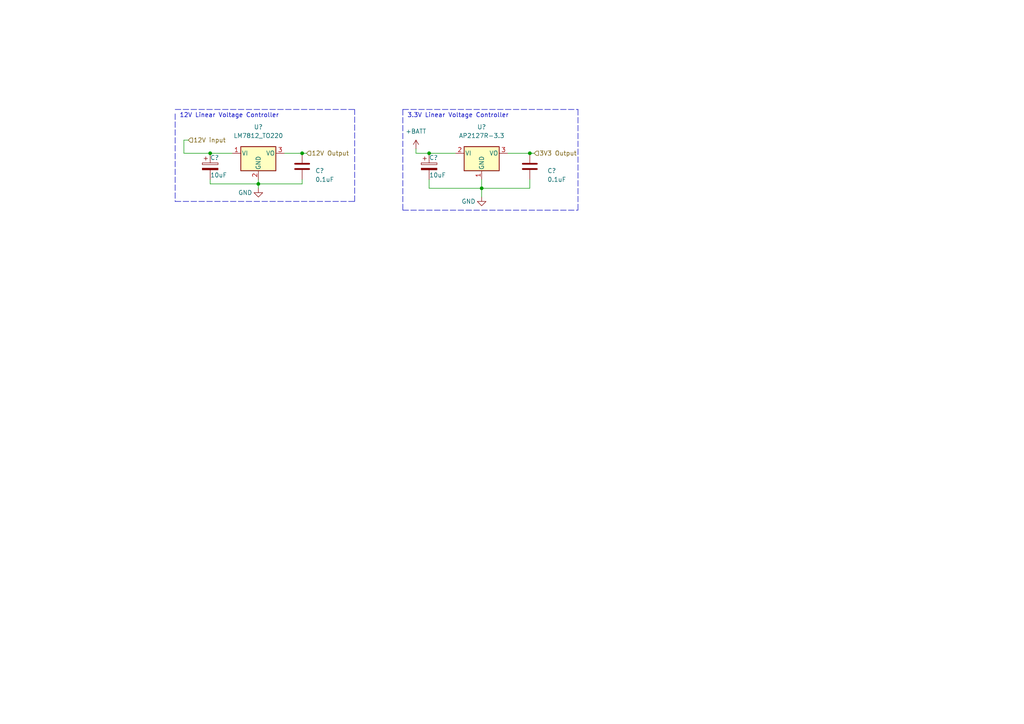
<source format=kicad_sch>
(kicad_sch (version 20211123) (generator eeschema)
  (paper "A4")
  (lib_symbols
    (symbol "Device:C" (pin_numbers hide) (pin_names (offset 0.254))
      (property "Reference" "C" (at 0.635 2.54 0))
      (property "Value" "C" (at 0.635 -2.54 0))
      (symbol "C_0_1"
        (polyline (pts (xy -2.032 -0.762) (xy 2.032 -0.762)) (stroke (width 0.508)))
        (polyline (pts (xy -2.032 0.762) (xy 2.032 0.762)) (stroke (width 0.508)))
      )
      (symbol "C_1_1"
        (pin passive line (at 0 3.81 270) (length 2.794) (name "~") (number "1"))
        (pin passive line (at 0 -3.81 90) (length 2.794) (name "~") (number "2"))
      )
    )
    (symbol "Device:C_Polarized" (pin_numbers hide) (pin_names (offset 0.254))
      (property "Reference" "C" (at 0.635 2.54 0))
      (property "Value" "C_Polarized" (at 0.635 -2.54 0))
      (symbol "C_Polarized_0_1"
        (rectangle (start -2.286 0.508) (end 2.286 1.016))
        (polyline (pts (xy -1.778 2.286) (xy -0.762 2.286)))
        (polyline (pts (xy -1.27 2.794) (xy -1.27 1.778)))
        (rectangle (start 2.286 -0.508) (end -2.286 -1.016) (fill (type outline)))
      )
      (symbol "C_Polarized_1_1"
        (pin passive line (at 0 3.81 270) (length 2.794) (name "~") (number "1"))
        (pin passive line (at 0 -3.81 90) (length 2.794) (name "~") (number "2"))
      )
    )
    (symbol "Regulator_Linear:AP2127R-3.3" (pin_names (offset 0.254))
      (property "Reference" "U" (at -3.81 3.175 0))
      (property "Value" "AP2127R-3.3" (at 0 3.175 0))
      (symbol "AP2127R-3.3_0_1"
        (rectangle (start -5.08 -5.08) (end 5.08 1.905) (stroke (width 0.254)) (fill (type background)))
      )
      (symbol "AP2127R-3.3_1_1"
        (pin power_in line (at 0 -7.62 90) (length 2.54) (name "GND") (number "1"))
        (pin power_in line (at -7.62 0 0) (length 2.54) (name "VI") (number "2"))
        (pin power_out line (at 7.62 0 180) (length 2.54) (name "VO") (number "3"))
      )
    )
    (symbol "Regulator_Linear:LM7812_TO220" (pin_names (offset 0.254))
      (property "Reference" "U" (at -3.81 3.175 0))
      (property "Value" "LM7812_TO220" (at 0 3.175 0))
      (symbol "LM7812_TO220_0_1"
        (rectangle (start -5.08 1.905) (end 5.08 -5.08) (stroke (width 0.254)) (fill (type background)))
      )
      (symbol "LM7812_TO220_1_1"
        (pin power_in line (at -7.62 0 0) (length 2.54) (name "VI") (number "1"))
        (pin power_in line (at 0 -7.62 90) (length 2.54) (name "GND") (number "2"))
        (pin power_out line (at 7.62 0 180) (length 2.54) (name "VO") (number "3"))
      )
    )
    (symbol "power:+BATT" (power) (pin_names (offset 0))
      (property "Value" "+BATT" (at 0 3.556 0))
      (symbol "+BATT_0_1"
        (polyline (pts (xy -0.762 1.27) (xy 0 2.54)))
        (polyline (pts (xy 0 0) (xy 0 2.54)))
        (polyline (pts (xy 0 2.54) (xy 0.762 1.27)))
      )
      (symbol "+BATT_1_1"
        (pin power_in line (at 0 0 90) (length 0) hide (name "+BATT") (number "1"))
      )
    )
    (symbol "power:GND" (power) (pin_names (offset 0))
      (property "Value" "GND" (at 0 -3.81 0))
      (symbol "GND_0_1"
        (polyline (pts (xy 0 0) (xy 0 -1.27) (xy 1.27 -1.27) (xy 0 -2.54) (xy -1.27 -1.27) (xy 0 -1.27)))
      )
      (symbol "GND_1_1"
        (pin power_in line (at 0 0 270) (length 0) hide (name "GND") (number "1"))
      )
    )
  )
  (junction (at 87.63 44.45))
  (junction (at 60.96 44.45))
  (junction (at 139.7 54.61))
  (junction (at 74.93 53.34))
  (junction (at 153.67 44.45))
  (junction (at 124.46 44.45))
  (polyline (pts (xy 50.8 58.42) (xy 102.87 58.42)))
  (wire (pts (xy 53.34 40.64) (xy 53.34 44.45)))
  (wire (pts (xy 124.46 44.45) (xy 132.08 44.45)))
  (wire (pts (xy 139.7 54.61) (xy 153.67 54.61)))
  (wire (pts (xy 153.67 54.61) (xy 153.67 52.07)))
  (wire (pts (xy 74.93 53.34) (xy 74.93 54.61)))
  (wire (pts (xy 120.65 44.45) (xy 124.46 44.45)))
  (wire (pts (xy 82.55 44.45) (xy 87.63 44.45)))
  (wire (pts (xy 147.32 44.45) (xy 153.67 44.45)))
  (wire (pts (xy 139.7 52.07) (xy 139.7 54.61)))
  (wire (pts (xy 53.34 44.45) (xy 60.96 44.45)))
  (wire (pts (xy 153.67 44.45) (xy 154.94 44.45)))
  (wire (pts (xy 87.63 53.34) (xy 87.63 52.07)))
  (polyline (pts (xy 102.87 58.42) (xy 102.87 31.75)))
  (wire (pts (xy 139.7 54.61) (xy 139.7 57.15)))
  (wire (pts (xy 74.93 53.34) (xy 87.63 53.34)))
  (polyline (pts (xy 50.8 33.02) (xy 50.8 58.42)))
  (polyline (pts (xy 50.8 31.75) (xy 102.87 31.75)))
  (wire (pts (xy 60.96 53.34) (xy 74.93 53.34)))
  (wire (pts (xy 120.65 43.18) (xy 120.65 44.45)))
  (wire (pts (xy 74.93 52.07) (xy 74.93 53.34)))
  (wire (pts (xy 60.96 53.34) (xy 60.96 52.07)))
  (wire (pts (xy 87.63 44.45) (xy 88.9 44.45)))
  (polyline (pts (xy 116.84 31.75) (xy 116.84 60.96)))
  (wire (pts (xy 54.61 40.64) (xy 53.34 40.64)))
  (wire (pts (xy 124.46 54.61) (xy 139.7 54.61)))
  (polyline (pts (xy 116.84 60.96) (xy 167.64 60.96)))
  (wire (pts (xy 67.31 44.45) (xy 60.96 44.45)))
  (wire (pts (xy 124.46 52.07) (xy 124.46 54.61)))
  (polyline (pts (xy 116.84 31.75) (xy 167.64 31.75)))
  (polyline (pts (xy 167.64 31.75) (xy 167.64 60.96)))
  (text "12V Linear Voltage Controller\n" (at 52.07 34.29 0) (effects (font (size 1.27 1.27)) (justify left bottom)))
  (text "3.3V Linear Voltage Controller\n" (at 118.11 34.29 0) (effects (font (size 1.27 1.27)) (justify left bottom)))
  (hierarchical_label "12V input" (shape input) (at 54.61 40.64 0))
  (hierarchical_label "3V3 Output" (shape input) (at 154.94 44.45 0))
  (hierarchical_label "12V Output" (shape input) (at 88.9 44.45 0))
  (symbol (lib_id "Device:C_Polarized") (at 124.46 48.26 0) (unit 1)
    (property "Reference" "C?" (at 124.46 45.72 0) (effects (justify left)))
    (property "Value" "10uF" (at 124.46 50.8 0) (effects (justify left)))
    (property "Datasheet" "25TWL10MEFC5X11" (effects hide))
  )
  (symbol (lib_id "power:+BATT") (at 120.65 43.18 0) (unit 1)
    (property "Reference" "#PWR?" (effects hide))
    (property "Value" "+BATT" (at 120.65 38.1 0))
  )
  (symbol (lib_id "power:GND") (at 74.93 54.61 0) (unit 1)
    (property "Reference" "#PWR?" (effects hide))
    (property "Value" "GND" (at 71.12 55.88 0))
  )
  (symbol (lib_id "Device:C") (at 153.67 48.26 0) (unit 1)
    (property "Reference" "C?" (at 158.75 49.53 0) (effects (justify left)))
    (property "Value" "0.1uF" (at 158.75 52.07 0) (effects (justify left)))
  )
  (symbol (lib_id "Regulator_Linear:AP2127R-3.3") (at 139.7 44.45 0) (unit 1)
    (property "Reference" "U?" (at 139.7 36.83 0))
    (property "Value" "AP2127R-3.3" (at 139.7 39.37 0))
    (property "Footprint" "Package_TO_SOT_SMD:SOT-89-3" (effects hide))
    (property "Datasheet" "https://www.diodes.com/assets/Datasheets/AP2127.pdf" (effects hide))
  )
  (symbol (lib_id "power:GND") (at 139.7 57.15 0) (unit 1)
    (property "Reference" "#PWR?" (effects hide))
    (property "Value" "GND" (at 135.89 58.42 0))
  )
  (symbol (lib_id "Regulator_Linear:LM7812_TO220") (at 74.93 44.45 0) (unit 1)
    (property "Reference" "U?" (at 74.93 36.83 0))
    (property "Value" "LM7812_TO220" (at 74.93 39.37 0))
    (property "Footprint" "Package_TO_SOT_THT:TO-220-3_Vertical" (effects hide))
    (property "Datasheet" "https://www.onsemi.cn/PowerSolutions/document/MC7800-D.PDF" (effects hide))
  )
  (symbol (lib_id "Device:C") (at 87.63 48.26 0) (unit 1)
    (property "Reference" "C?" (at 91.44 49.53 0) (effects (justify left)))
    (property "Value" "0.1uF" (at 91.44 52.07 0) (effects (justify left)))
  )
  (symbol (lib_id "Device:C_Polarized") (at 60.96 48.26 0) (unit 1)
    (property "Reference" "C?" (at 60.96 45.72 0) (effects (justify left)))
    (property "Value" "10uF" (at 60.96 50.8 0) (effects (justify left)))
    (property "Datasheet" "25TWL10MEFC5X11" (effects hide))
  )
)
</source>
